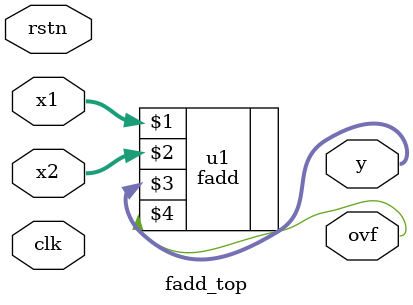
<source format=v>
module fadd_top
   (  input wire [31:0]  x1,
      input wire [31:0]  x2,
      output wire [31:0] y,
      output wire        ovf,
      input wire        clk,
      input wire        rstn);

   fadd u1(x1,x2,y,ovf);

endmodule
</source>
